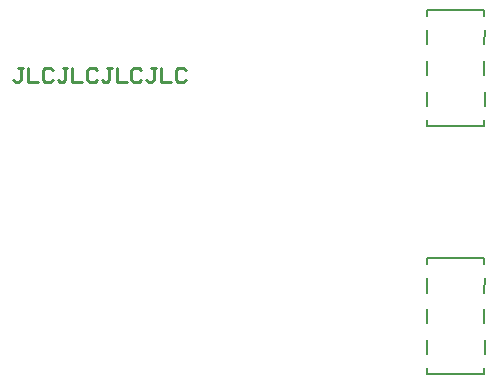
<source format=gto>
G04*
G04 #@! TF.GenerationSoftware,Altium Limited,Altium Designer,18.1.7 (191)*
G04*
G04 Layer_Color=65535*
%FSLAX44Y44*%
%MOMM*%
G71*
G01*
G75*
%ADD10C,0.1000*%
%ADD11C,0.2000*%
%ADD12C,0.2540*%
D10*
X322700Y60900D02*
G03*
X322700Y59900I0J-500D01*
G01*
D02*
G03*
X322700Y60900I0J500D01*
G01*
Y-149100D02*
G03*
X322700Y-150100I0J-500D01*
G01*
D02*
G03*
X322700Y-149100I0J500D01*
G01*
D11*
X285600Y66200D02*
Y70900D01*
Y66200D02*
X334400D01*
Y70900D01*
X285600Y158900D02*
Y163700D01*
X334400D01*
Y158900D02*
Y163700D01*
X285600Y82900D02*
Y94900D01*
X334700Y82900D02*
Y94900D01*
X285600Y108900D02*
Y120900D01*
X334400Y108900D02*
Y120900D01*
X285600Y134900D02*
Y146900D01*
X334400Y134900D02*
X334700Y146900D01*
X285600Y-143800D02*
Y-139100D01*
Y-143800D02*
X334400D01*
Y-139100D01*
X285600Y-51100D02*
Y-46300D01*
X334400D01*
Y-51100D02*
Y-46300D01*
X285600Y-127100D02*
Y-115100D01*
X334700Y-127100D02*
Y-115100D01*
X285600Y-101100D02*
Y-89100D01*
X334400Y-101100D02*
Y-89100D01*
X285600Y-75100D02*
Y-63100D01*
X334400Y-75100D02*
X334700Y-63100D01*
D12*
X-56151Y115248D02*
X-60317D01*
X-58234D01*
Y104835D01*
X-60317Y102752D01*
X-62399D01*
X-64482Y104835D01*
X-51986Y115248D02*
Y102752D01*
X-43655D01*
X-31159Y113165D02*
X-33242Y115248D01*
X-37407D01*
X-39490Y113165D01*
Y104835D01*
X-37407Y102752D01*
X-33242D01*
X-31159Y104835D01*
X-18663Y115248D02*
X-22829D01*
X-20746D01*
Y104835D01*
X-22829Y102752D01*
X-24911D01*
X-26994Y104835D01*
X-14498Y115248D02*
Y102752D01*
X-6167D01*
X6329Y113165D02*
X4246Y115248D01*
X81D01*
X-2002Y113165D01*
Y104835D01*
X81Y102752D01*
X4246D01*
X6329Y104835D01*
X18825Y115248D02*
X14659D01*
X16742D01*
Y104835D01*
X14659Y102752D01*
X12577D01*
X10494Y104835D01*
X22990Y115248D02*
Y102752D01*
X31321D01*
X43816Y113165D02*
X41734Y115248D01*
X37569D01*
X35486Y113165D01*
Y104835D01*
X37569Y102752D01*
X41734D01*
X43816Y104835D01*
X56312Y115248D02*
X52147D01*
X54230D01*
Y104835D01*
X52147Y102752D01*
X50065D01*
X47982Y104835D01*
X60478Y115248D02*
Y102752D01*
X68808D01*
X81304Y113165D02*
X79222Y115248D01*
X75056D01*
X72974Y113165D01*
Y104835D01*
X75056Y102752D01*
X79222D01*
X81304Y104835D01*
M02*

</source>
